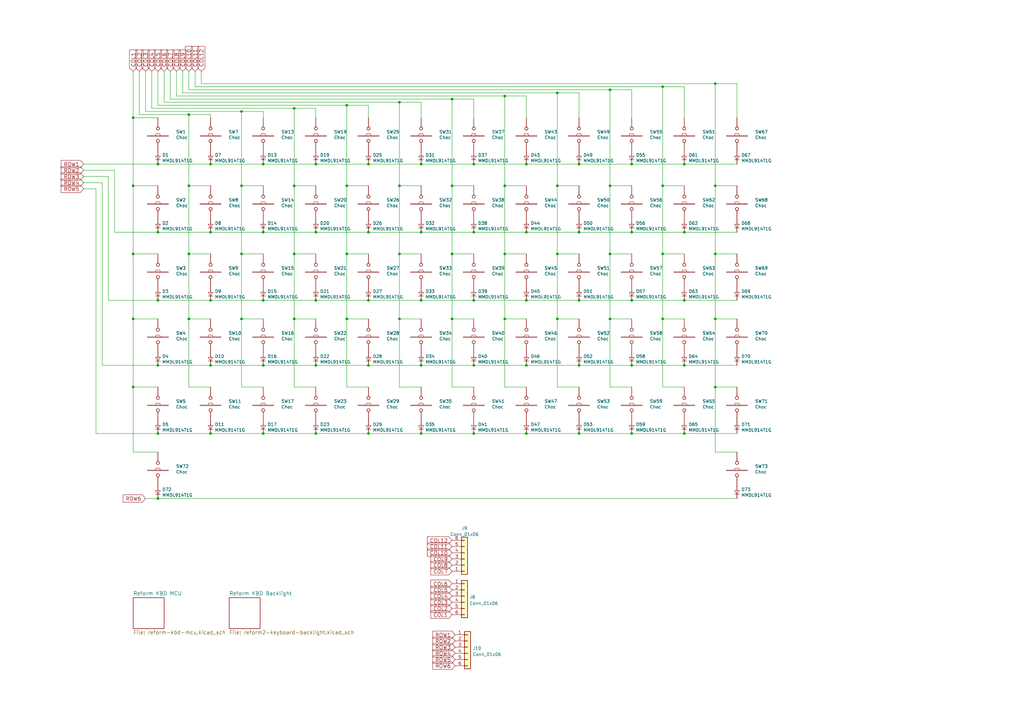
<source format=kicad_sch>
(kicad_sch (version 20211123) (generator eeschema)
  (paper "A3")
  (title_block (title "MNT Reform 2 Keyboard - ergo remix") (date "2022-2-22") (rev "1-ergo") (company "Copyright 2017-2020 MNT Research GmbH and milestogo") (comment 1 "https://mntre.com") (comment 2 "Original Engineer: Lukas F. Hartmann") (comment 3 "License: CERN-OHL-S 2.0") (comment 4 "remix at https://github.com/milestogo/reform"))
  (junction (at 250.19 76.2))
  (junction (at 293.37 158.75))
  (junction (at 129.54 123.19))
  (junction (at 107.95 67.31))
  (junction (at 172.72 67.31))
  (junction (at 64.77 95.25))
  (junction (at 54.61 48.26))
  (junction (at 163.83 76.2))
  (junction (at 271.78 104.14))
  (junction (at 293.37 104.14))
  (junction (at 107.95 123.19))
  (junction (at 237.49 95.25))
  (junction (at 259.08 95.25))
  (junction (at 163.83 41.91))
  (junction (at 250.19 104.14))
  (junction (at 280.67 123.19))
  (junction (at 271.78 130.81))
  (junction (at 54.61 104.14))
  (junction (at 163.83 130.81))
  (junction (at 280.67 67.31))
  (junction (at 86.36 95.25))
  (junction (at 151.13 177.8))
  (junction (at 54.61 130.81))
  (junction (at 228.6 104.14))
  (junction (at 194.31 95.25))
  (junction (at 120.65 130.81))
  (junction (at 172.72 149.86))
  (junction (at 194.31 67.31))
  (junction (at 54.61 158.75))
  (junction (at 142.24 76.2))
  (junction (at 228.6 76.2))
  (junction (at 142.24 104.14))
  (junction (at 120.65 44.45))
  (junction (at 250.19 130.81))
  (junction (at 77.47 46.99))
  (junction (at 64.77 177.8))
  (junction (at 99.06 130.81))
  (junction (at 228.6 130.81))
  (junction (at 228.6 38.1))
  (junction (at 237.49 123.19))
  (junction (at 86.36 177.8))
  (junction (at 259.08 67.31))
  (junction (at 215.9 123.19))
  (junction (at 293.37 130.81))
  (junction (at 207.01 104.14))
  (junction (at 259.08 149.86))
  (junction (at 207.01 76.2))
  (junction (at 107.95 177.8))
  (junction (at 77.47 130.81))
  (junction (at 215.9 149.86))
  (junction (at 172.72 177.8))
  (junction (at 107.95 149.86))
  (junction (at 64.77 204.47))
  (junction (at 250.19 36.83))
  (junction (at 151.13 149.86))
  (junction (at 185.42 130.81))
  (junction (at 86.36 123.19))
  (junction (at 120.65 104.14))
  (junction (at 99.06 104.14))
  (junction (at 185.42 104.14))
  (junction (at 99.06 76.2))
  (junction (at 271.78 35.56))
  (junction (at 207.01 130.81))
  (junction (at 120.65 76.2))
  (junction (at 107.95 95.25))
  (junction (at 280.67 149.86))
  (junction (at 142.24 130.81))
  (junction (at 151.13 67.31))
  (junction (at 172.72 123.19))
  (junction (at 64.77 123.19))
  (junction (at 129.54 67.31))
  (junction (at 129.54 177.8))
  (junction (at 259.08 123.19))
  (junction (at 64.77 67.31))
  (junction (at 215.9 67.31))
  (junction (at 237.49 177.8))
  (junction (at 151.13 95.25))
  (junction (at 293.37 34.29))
  (junction (at 280.67 95.25))
  (junction (at 207.01 39.37))
  (junction (at 86.36 67.31))
  (junction (at 142.24 43.18))
  (junction (at 185.42 76.2))
  (junction (at 185.42 40.64))
  (junction (at 77.47 104.14))
  (junction (at 77.47 76.2))
  (junction (at 86.36 149.86))
  (junction (at 280.67 177.8))
  (junction (at 151.13 123.19))
  (junction (at 215.9 95.25))
  (junction (at 237.49 67.31))
  (junction (at 194.31 149.86))
  (junction (at 259.08 177.8))
  (junction (at 99.06 45.72))
  (junction (at 163.83 104.14))
  (junction (at 54.61 76.2))
  (junction (at 237.49 149.86))
  (junction (at 129.54 95.25))
  (junction (at 194.31 177.8))
  (junction (at 129.54 149.86))
  (junction (at 271.78 76.2))
  (junction (at 215.9 177.8))
  (junction (at 194.31 123.19))
  (junction (at 172.72 95.25))
  (junction (at 64.77 149.86))
  (junction (at 293.37 76.2))
  (wire (pts (xy 207.01 39.37) (xy 215.9 39.37)))
  (wire (pts (xy 64.77 95.25) (xy 86.36 95.25)))
  (wire (pts (xy 67.31 41.91) (xy 163.83 41.91)))
  (wire (pts (xy 207.01 104.14) (xy 207.01 130.81)))
  (wire (pts (xy 142.24 43.18) (xy 151.13 43.18)))
  (wire (pts (xy 185.42 40.64) (xy 185.42 76.2)))
  (wire (pts (xy 99.06 104.14) (xy 99.06 130.81)))
  (wire (pts (xy 77.47 104.14) (xy 77.47 130.81)))
  (wire (pts (xy 194.31 76.2) (xy 185.42 76.2)))
  (wire (pts (xy 120.65 76.2) (xy 120.65 104.14)))
  (wire (pts (xy 271.78 158.75) (xy 280.67 158.75)))
  (wire (pts (xy 120.65 44.45) (xy 129.54 44.45)))
  (wire (pts (xy 129.54 95.25) (xy 151.13 95.25)))
  (wire (pts (xy 215.9 95.25) (xy 237.49 95.25)))
  (wire (pts (xy 77.47 36.83) (xy 250.19 36.83)))
  (wire (pts (xy 207.01 76.2) (xy 207.01 104.14)))
  (wire (pts (xy 142.24 104.14) (xy 142.24 130.81)))
  (wire (pts (xy 271.78 35.56) (xy 271.78 76.2)))
  (wire (pts (xy 142.24 130.81) (xy 142.24 158.75)))
  (wire (pts (xy 237.49 104.14) (xy 228.6 104.14)))
  (wire (pts (xy 207.01 39.37) (xy 207.01 76.2)))
  (wire (pts (xy 228.6 130.81) (xy 228.6 158.75)))
  (wire (pts (xy 250.19 36.83) (xy 250.19 76.2)))
  (wire (pts (xy 172.72 104.14) (xy 163.83 104.14)))
  (wire (pts (xy 250.19 130.81) (xy 259.08 130.81)))
  (wire (pts (xy 129.54 67.31) (xy 151.13 67.31)))
  (wire (pts (xy 215.9 149.86) (xy 237.49 149.86)))
  (wire (pts (xy 64.77 43.18) (xy 142.24 43.18)))
  (wire (pts (xy 64.77 123.19) (xy 86.36 123.19)))
  (wire (pts (xy 77.47 36.83) (xy 77.47 29.21)))
  (wire (pts (xy 215.9 76.2) (xy 207.01 76.2)))
  (wire (pts (xy 271.78 104.14) (xy 271.78 130.81)))
  (wire (pts (xy 293.37 34.29) (xy 293.37 76.2)))
  (wire (pts (xy 228.6 158.75) (xy 237.49 158.75)))
  (wire (pts (xy 107.95 45.72) (xy 107.95 48.26)))
  (wire (pts (xy 259.08 36.83) (xy 259.08 48.26)))
  (wire (pts (xy 69.85 40.64) (xy 185.42 40.64)))
  (wire (pts (xy 44.45 72.39) (xy 44.45 123.19)))
  (wire (pts (xy 163.83 76.2) (xy 163.83 104.14)))
  (wire (pts (xy 302.26 76.2) (xy 293.37 76.2)))
  (wire (pts (xy 72.39 29.21) (xy 72.39 39.37)))
  (wire (pts (xy 120.65 104.14) (xy 120.65 130.81)))
  (wire (pts (xy 163.83 41.91) (xy 172.72 41.91)))
  (wire (pts (xy 194.31 177.8) (xy 215.9 177.8)))
  (wire (pts (xy 293.37 158.75) (xy 302.26 158.75)))
  (wire (pts (xy 293.37 130.81) (xy 302.26 130.81)))
  (wire (pts (xy 54.61 130.81) (xy 54.61 158.75)))
  (wire (pts (xy 271.78 76.2) (xy 271.78 104.14)))
  (wire (pts (xy 41.91 74.93) (xy 34.29 74.93)))
  (wire (pts (xy 293.37 185.42) (xy 302.26 185.42)))
  (wire (pts (xy 271.78 130.81) (xy 271.78 158.75)))
  (wire (pts (xy 194.31 95.25) (xy 215.9 95.25)))
  (wire (pts (xy 194.31 123.19) (xy 215.9 123.19)))
  (wire (pts (xy 237.49 76.2) (xy 228.6 76.2)))
  (wire (pts (xy 151.13 104.14) (xy 142.24 104.14)))
  (wire (pts (xy 62.23 29.21) (xy 62.23 44.45)))
  (wire (pts (xy 34.29 69.85) (xy 46.99 69.85)))
  (wire (pts (xy 250.19 158.75) (xy 259.08 158.75)))
  (wire (pts (xy 259.08 123.19) (xy 280.67 123.19)))
  (wire (pts (xy 129.54 130.81) (xy 120.65 130.81)))
  (wire (pts (xy 86.36 46.99) (xy 86.36 48.26)))
  (wire (pts (xy 54.61 185.42) (xy 64.77 185.42)))
  (wire (pts (xy 99.06 45.72) (xy 107.95 45.72)))
  (wire (pts (xy 54.61 48.26) (xy 54.61 76.2)))
  (wire (pts (xy 237.49 123.19) (xy 259.08 123.19)))
  (wire (pts (xy 302.26 104.14) (xy 293.37 104.14)))
  (wire (pts (xy 74.93 29.21) (xy 74.93 38.1)))
  (wire (pts (xy 57.15 29.21) (xy 57.15 46.99)))
  (wire (pts (xy 237.49 177.8) (xy 259.08 177.8)))
  (wire (pts (xy 86.36 95.25) (xy 107.95 95.25)))
  (wire (pts (xy 185.42 40.64) (xy 194.31 40.64)))
  (wire (pts (xy 74.93 38.1) (xy 228.6 38.1)))
  (wire (pts (xy 54.61 76.2) (xy 54.61 104.14)))
  (wire (pts (xy 293.37 104.14) (xy 293.37 130.81)))
  (wire (pts (xy 237.49 130.81) (xy 228.6 130.81)))
  (wire (pts (xy 293.37 130.81) (xy 293.37 158.75)))
  (wire (pts (xy 142.24 76.2) (xy 142.24 104.14)))
  (wire (pts (xy 99.06 76.2) (xy 99.06 104.14)))
  (wire (pts (xy 194.31 104.14) (xy 185.42 104.14)))
  (wire (pts (xy 64.77 177.8) (xy 86.36 177.8)))
  (wire (pts (xy 107.95 158.75) (xy 99.06 158.75)))
  (wire (pts (xy 107.95 67.31) (xy 129.54 67.31)))
  (wire (pts (xy 129.54 76.2) (xy 120.65 76.2)))
  (wire (pts (xy 172.72 158.75) (xy 163.83 158.75)))
  (wire (pts (xy 80.01 35.56) (xy 271.78 35.56)))
  (wire (pts (xy 250.19 130.81) (xy 250.19 158.75)))
  (wire (pts (xy 64.77 158.75) (xy 54.61 158.75)))
  (wire (pts (xy 293.37 34.29) (xy 302.26 34.29)))
  (wire (pts (xy 46.99 95.25) (xy 64.77 95.25)))
  (wire (pts (xy 46.99 69.85) (xy 46.99 95.25)))
  (wire (pts (xy 86.36 123.19) (xy 107.95 123.19)))
  (wire (pts (xy 280.67 67.31) (xy 302.26 67.31)))
  (wire (pts (xy 80.01 29.21) (xy 80.01 35.56)))
  (wire (pts (xy 207.01 130.81) (xy 207.01 158.75)))
  (wire (pts (xy 129.54 158.75) (xy 120.65 158.75)))
  (wire (pts (xy 59.69 204.47) (xy 64.77 204.47)))
  (wire (pts (xy 86.36 104.14) (xy 77.47 104.14)))
  (wire (pts (xy 194.31 149.86) (xy 215.9 149.86)))
  (wire (pts (xy 194.31 158.75) (xy 185.42 158.75)))
  (wire (pts (xy 34.29 67.31) (xy 64.77 67.31)))
  (wire (pts (xy 77.47 76.2) (xy 77.47 104.14)))
  (wire (pts (xy 107.95 130.81) (xy 99.06 130.81)))
  (wire (pts (xy 77.47 46.99) (xy 77.47 76.2)))
  (wire (pts (xy 151.13 76.2) (xy 142.24 76.2)))
  (wire (pts (xy 64.77 76.2) (xy 54.61 76.2)))
  (wire (pts (xy 237.49 67.31) (xy 259.08 67.31)))
  (wire (pts (xy 151.13 177.8) (xy 172.72 177.8)))
  (wire (pts (xy 215.9 123.19) (xy 237.49 123.19)))
  (wire (pts (xy 172.72 123.19) (xy 194.31 123.19)))
  (wire (pts (xy 44.45 123.19) (xy 64.77 123.19)))
  (wire (pts (xy 67.31 29.21) (xy 67.31 41.91)))
  (wire (pts (xy 64.77 204.47) (xy 302.26 204.47)))
  (wire (pts (xy 120.65 130.81) (xy 120.65 158.75)))
  (wire (pts (xy 129.54 177.8) (xy 151.13 177.8)))
  (wire (pts (xy 151.13 95.25) (xy 172.72 95.25)))
  (wire (pts (xy 172.72 41.91) (xy 172.72 48.26)))
  (wire (pts (xy 107.95 123.19) (xy 129.54 123.19)))
  (wire (pts (xy 64.77 29.21) (xy 64.77 43.18)))
  (wire (pts (xy 163.83 41.91) (xy 163.83 76.2)))
  (wire (pts (xy 59.69 45.72) (xy 99.06 45.72)))
  (wire (pts (xy 107.95 104.14) (xy 99.06 104.14)))
  (wire (pts (xy 280.67 35.56) (xy 280.67 48.26)))
  (wire (pts (xy 107.95 95.25) (xy 129.54 95.25)))
  (wire (pts (xy 54.61 29.21) (xy 54.61 48.26)))
  (wire (pts (xy 172.72 130.81) (xy 163.83 130.81)))
  (wire (pts (xy 54.61 130.81) (xy 64.77 130.81)))
  (wire (pts (xy 194.31 130.81) (xy 185.42 130.81)))
  (wire (pts (xy 237.49 38.1) (xy 237.49 48.26)))
  (wire (pts (xy 259.08 149.86) (xy 280.67 149.86)))
  (wire (pts (xy 194.31 40.64) (xy 194.31 48.26)))
  (wire (pts (xy 237.49 95.25) (xy 259.08 95.25)))
  (wire (pts (xy 250.19 36.83) (xy 259.08 36.83)))
  (wire (pts (xy 185.42 104.14) (xy 185.42 130.81)))
  (wire (pts (xy 163.83 104.14) (xy 163.83 130.81)))
  (wire (pts (xy 129.54 104.14) (xy 120.65 104.14)))
  (wire (pts (xy 194.31 67.31) (xy 215.9 67.31)))
  (wire (pts (xy 228.6 76.2) (xy 228.6 104.14)))
  (wire (pts (xy 215.9 158.75) (xy 207.01 158.75)))
  (wire (pts (xy 280.67 123.19) (xy 302.26 123.19)))
  (wire (pts (xy 185.42 76.2) (xy 185.42 104.14)))
  (wire (pts (xy 280.67 177.8) (xy 302.26 177.8)))
  (wire (pts (xy 250.19 104.14) (xy 259.08 104.14)))
  (wire (pts (xy 163.83 130.81) (xy 163.83 158.75)))
  (wire (pts (xy 86.36 76.2) (xy 77.47 76.2)))
  (wire (pts (xy 293.37 158.75) (xy 293.37 185.42)))
  (wire (pts (xy 107.95 76.2) (xy 99.06 76.2)))
  (wire (pts (xy 69.85 29.21) (xy 69.85 40.64)))
  (wire (pts (xy 99.06 45.72) (xy 99.06 76.2)))
  (wire (pts (xy 107.95 177.8) (xy 129.54 177.8)))
  (wire (pts (xy 82.55 34.29) (xy 293.37 34.29)))
  (wire (pts (xy 151.13 158.75) (xy 142.24 158.75)))
  (wire (pts (xy 215.9 67.31) (xy 237.49 67.31)))
  (wire (pts (xy 293.37 76.2) (xy 293.37 104.14)))
  (wire (pts (xy 172.72 177.8) (xy 194.31 177.8)))
  (wire (pts (xy 172.72 95.25) (xy 194.31 95.25)))
  (wire (pts (xy 151.13 123.19) (xy 172.72 123.19)))
  (wire (pts (xy 271.78 35.56) (xy 280.67 35.56)))
  (wire (pts (xy 172.72 149.86) (xy 194.31 149.86)))
  (wire (pts (xy 59.69 29.21) (xy 59.69 45.72)))
  (wire (pts (xy 62.23 44.45) (xy 120.65 44.45)))
  (wire (pts (xy 280.67 76.2) (xy 271.78 76.2)))
  (wire (pts (xy 302.26 34.29) (xy 302.26 48.26)))
  (wire (pts (xy 34.29 77.47) (xy 39.37 77.47)))
  (wire (pts (xy 259.08 95.25) (xy 280.67 95.25)))
  (wire (pts (xy 41.91 149.86) (xy 41.91 74.93)))
  (wire (pts (xy 77.47 46.99) (xy 86.36 46.99)))
  (wire (pts (xy 129.54 44.45) (xy 129.54 48.26)))
  (wire (pts (xy 280.67 130.81) (xy 271.78 130.81)))
  (wire (pts (xy 259.08 67.31) (xy 280.67 67.31)))
  (wire (pts (xy 228.6 38.1) (xy 228.6 76.2)))
  (wire (pts (xy 151.13 43.18) (xy 151.13 48.26)))
  (wire (pts (xy 280.67 104.14) (xy 271.78 104.14)))
  (wire (pts (xy 54.61 104.14) (xy 54.61 130.81)))
  (wire (pts (xy 39.37 177.8) (xy 64.77 177.8)))
  (wire (pts (xy 34.29 72.39) (xy 44.45 72.39)))
  (wire (pts (xy 57.15 46.99) (xy 77.47 46.99)))
  (wire (pts (xy 228.6 104.14) (xy 228.6 130.81)))
  (wire (pts (xy 142.24 43.18) (xy 142.24 76.2)))
  (wire (pts (xy 151.13 67.31) (xy 172.72 67.31)))
  (wire (pts (xy 228.6 38.1) (xy 237.49 38.1)))
  (wire (pts (xy 107.95 149.86) (xy 129.54 149.86)))
  (wire (pts (xy 250.19 76.2) (xy 250.19 104.14)))
  (wire (pts (xy 39.37 77.47) (xy 39.37 177.8)))
  (wire (pts (xy 215.9 39.37) (xy 215.9 48.26)))
  (wire (pts (xy 215.9 130.81) (xy 207.01 130.81)))
  (wire (pts (xy 259.08 76.2) (xy 250.19 76.2)))
  (wire (pts (xy 151.13 149.86) (xy 172.72 149.86)))
  (wire (pts (xy 259.08 177.8) (xy 280.67 177.8)))
  (wire (pts (xy 86.36 130.81) (xy 77.47 130.81)))
  (wire (pts (xy 185.42 130.81) (xy 185.42 158.75)))
  (wire (pts (xy 64.77 149.86) (xy 86.36 149.86)))
  (wire (pts (xy 280.67 95.25) (xy 302.26 95.25)))
  (wire (pts (xy 72.39 39.37) (xy 207.01 39.37)))
  (wire (pts (xy 172.72 67.31) (xy 194.31 67.31)))
  (wire (pts (xy 215.9 104.14) (xy 207.01 104.14)))
  (wire (pts (xy 86.36 67.31) (xy 107.95 67.31)))
  (wire (pts (xy 151.13 130.81) (xy 142.24 130.81)))
  (wire (pts (xy 77.47 130.81) (xy 77.47 158.75)))
  (wire (pts (xy 237.49 149.86) (xy 259.08 149.86)))
  (wire (pts (xy 86.36 149.86) (xy 107.95 149.86)))
  (wire (pts (xy 64.77 104.14) (xy 54.61 104.14)))
  (wire (pts (xy 120.65 44.45) (xy 120.65 76.2)))
  (wire (pts (xy 64.77 48.26) (xy 54.61 48.26)))
  (wire (pts (xy 280.67 149.86) (xy 302.26 149.86)))
  (wire (pts (xy 129.54 149.86) (xy 151.13 149.86)))
  (wire (pts (xy 215.9 177.8) (xy 237.49 177.8)))
  (wire (pts (xy 250.19 104.14) (xy 250.19 130.81)))
  (wire (pts (xy 86.36 177.8) (xy 107.95 177.8)))
  (wire (pts (xy 172.72 76.2) (xy 163.83 76.2)))
  (wire (pts (xy 64.77 67.31) (xy 86.36 67.31)))
  (wire (pts (xy 99.06 130.81) (xy 99.06 158.75)))
  (wire (pts (xy 54.61 158.75) (xy 54.61 185.42)))
  (wire (pts (xy 82.55 34.29) (xy 82.55 29.21)))
  (wire (pts (xy 41.91 149.86) (xy 64.77 149.86)))
  (wire (pts (xy 86.36 158.75) (xy 77.47 158.75)))
  (wire (pts (xy 129.54 123.19) (xy 151.13 123.19)))
  (global_label "ROW1" (shape input) (at 186.69 260.35 180) (effects (font (size 1.524 1.524))) (property "Intersheet References" "${INTERSHEET_REFS}" (effects hide)))
  (global_label "COL10" (shape input) (at 77.47 29.21 90) (effects (font (size 1.524 1.524))) (property "Intersheet References" "${INTERSHEET_REFS}" (effects hide)))
  (global_label "COL6" (shape input) (at 67.31 29.21 90) (effects (font (size 1.524 1.524))) (property "Intersheet References" "${INTERSHEET_REFS}" (effects hide)))
  (global_label "COL3" (shape input) (at 185.42 247.015 180) (effects (font (size 1.524 1.524))) (property "Intersheet References" "${INTERSHEET_REFS}" (effects hide)))
  (global_label "ROW1" (shape input) (at 34.29 67.31 180) (effects (font (size 1.524 1.524))) (property "Intersheet References" "${INTERSHEET_REFS}" (effects hide)))
  (global_label "ROW4" (shape input) (at 186.69 267.97 180) (effects (font (size 1.524 1.524))) (property "Intersheet References" "${INTERSHEET_REFS}" (effects hide)))
  (global_label "COL5" (shape input) (at 185.42 241.935 180) (effects (font (size 1.524 1.524))) (property "Intersheet References" "${INTERSHEET_REFS}" (effects hide)))
  (global_label "COL8" (shape input) (at 185.42 231.775 180) (effects (font (size 1.524 1.524))) (property "Intersheet References" "${INTERSHEET_REFS}" (effects hide)))
  (global_label "ROW2" (shape input) (at 34.29 69.85 180) (effects (font (size 1.524 1.524))) (property "Intersheet References" "${INTERSHEET_REFS}" (effects hide)))
  (global_label "ROW6" (shape input) (at 59.69 204.47 180) (effects (font (size 1.524 1.524))) (property "Intersheet References" "${INTERSHEET_REFS}" (effects hide)))
  (global_label "ROW4" (shape input) (at 34.29 74.93 180) (effects (font (size 1.524 1.524))) (property "Intersheet References" "${INTERSHEET_REFS}" (effects hide)))
  (global_label "ROW5" (shape input) (at 186.69 270.51 180) (effects (font (size 1.524 1.524))) (property "Intersheet References" "${INTERSHEET_REFS}" (effects hide)))
  (global_label "COL12" (shape input) (at 82.55 29.21 90) (effects (font (size 1.524 1.524))) (property "Intersheet References" "${INTERSHEET_REFS}" (effects hide)))
  (global_label "COL4" (shape input) (at 185.42 244.475 180) (effects (font (size 1.524 1.524))) (property "Intersheet References" "${INTERSHEET_REFS}" (effects hide)))
  (global_label "ROW3" (shape input) (at 186.69 265.43 180) (effects (font (size 1.524 1.524))) (property "Intersheet References" "${INTERSHEET_REFS}" (effects hide)))
  (global_label "COL1" (shape input) (at 185.42 252.095 180) (effects (font (size 1.524 1.524))) (property "Intersheet References" "${INTERSHEET_REFS}" (effects hide)))
  (global_label "COL5" (shape input) (at 64.77 29.21 90) (effects (font (size 1.524 1.524))) (property "Intersheet References" "${INTERSHEET_REFS}" (effects hide)))
  (global_label "COL2" (shape input) (at 185.42 249.555 180) (effects (font (size 1.524 1.524))) (property "Intersheet References" "${INTERSHEET_REFS}" (effects hide)))
  (global_label "COL9" (shape input) (at 185.42 229.235 180) (effects (font (size 1.524 1.524))) (property "Intersheet References" "${INTERSHEET_REFS}" (effects hide)))
  (global_label "COL12" (shape input) (at 185.42 221.615 180) (effects (font (size 1.524 1.524))) (property "Intersheet References" "${INTERSHEET_REFS}" (effects hide)))
  (global_label "COL7" (shape input) (at 185.42 234.315 180) (effects (font (size 1.524 1.524))) (property "Intersheet References" "${INTERSHEET_REFS}" (effects hide)))
  (global_label "COL10" (shape input) (at 185.42 226.695 180) (effects (font (size 1.524 1.524))) (property "Intersheet References" "${INTERSHEET_REFS}" (effects hide)))
  (global_label "COL6" (shape input) (at 185.42 239.395 180) (effects (font (size 1.524 1.524))) (property "Intersheet References" "${INTERSHEET_REFS}" (effects hide)))
  (global_label "COL1" (shape input) (at 54.61 29.21 90) (effects (font (size 1.524 1.524))) (property "Intersheet References" "${INTERSHEET_REFS}" (effects hide)))
  (global_label "COL11" (shape input) (at 185.42 224.155 180) (effects (font (size 1.524 1.524))) (property "Intersheet References" "${INTERSHEET_REFS}" (effects hide)))
  (global_label "ROW5" (shape input) (at 34.29 77.47 180) (effects (font (size 1.524 1.524))) (property "Intersheet References" "${INTERSHEET_REFS}" (effects hide)))
  (global_label "COL7" (shape input) (at 69.85 29.21 90) (effects (font (size 1.524 1.524))) (property "Intersheet References" "${INTERSHEET_REFS}" (effects hide)))
  (global_label "COL8" (shape input) (at 72.39 29.21 90) (effects (font (size 1.524 1.524))) (property "Intersheet References" "${INTERSHEET_REFS}" (effects hide)))
  (global_label "ROW3" (shape input) (at 34.29 72.39 180) (effects (font (size 1.524 1.524))) (property "Intersheet References" "${INTERSHEET_REFS}" (effects hide)))
  (global_label "ROW6" (shape input) (at 186.69 273.05 180) (effects (font (size 1.524 1.524))) (property "Intersheet References" "${INTERSHEET_REFS}" (effects hide)))
  (global_label "COL2" (shape input) (at 57.15 29.21 90) (effects (font (size 1.524 1.524))) (property "Intersheet References" "${INTERSHEET_REFS}" (effects hide)))
  (global_label "COL3" (shape input) (at 59.69 29.21 90) (effects (font (size 1.524 1.524))) (property "Intersheet References" "${INTERSHEET_REFS}" (effects hide)))
  (global_label "COL4" (shape input) (at 62.23 29.21 90) (effects (font (size 1.524 1.524))) (property "Intersheet References" "${INTERSHEET_REFS}" (effects hide)))
  (global_label "COL11" (shape input) (at 80.01 29.21 90) (effects (font (size 1.524 1.524))) (property "Intersheet References" "${INTERSHEET_REFS}" (effects hide)))
  (global_label "COL9" (shape input) (at 74.93 29.21 90) (effects (font (size 1.524 1.524))) (property "Intersheet References" "${INTERSHEET_REFS}" (effects hide)))
  (global_label "ROW2" (shape input) (at 186.69 262.89 180) (effects (font (size 1.524 1.524))) (property "Intersheet References" "${INTERSHEET_REFS}" (effects hide)))
  (symbol (lib_id "mntcomp-keyboard:Choc") (at 64.77 57.15 0) (unit 1)
    (property "Reference" "SW1" (at 72.1614 54.0766 0) (effects (justify left)))
    (property "Value" "Choc" (at 72.1614 56.388 0) (effects (justify left)))
    (property "Footprint" "keyswitches:PG1350" (effects hide))
    (property "Manufacturer" "Kailh" (effects hide))
    (property "Manufacturer_No" "CPG135001D02" (effects hide))
  )
  (symbol (lib_id "mntcomp-keyboard:Choc") (at 86.36 57.15 0) (unit 1)
    (property "Reference" "SW7" (at 93.7514 54.0766 0) (effects (justify left)))
    (property "Value" "Choc" (at 93.7514 56.388 0) (effects (justify left)))
    (property "Footprint" "keyswitches:PG1350" (effects hide))
    (property "Manufacturer" "Kailh" (effects hide))
    (property "Manufacturer_No" "CPG135001D02" (effects hide))
  )
  (symbol (lib_id "reform2-keyboard-rescue:D_Small-Device") (at 64.77 64.77 90) (unit 1)
    (property "Reference" "D1" (at 66.4972 63.6016 90) (effects (justify right)))
    (property "Value" "MMDL914T1G" (at 66.4972 65.913 90) (effects (justify right)))
    (property "Footprint" "Diode_SMD:D_SOD-123" (effects hide))
    (property "Manufacturer" "ON" (effects hide))
    (property "Manufacturer_No" "MMDL914T1G" (effects hide))
  )
  (symbol (lib_id "reform2-keyboard-rescue:D_Small-Device") (at 86.36 64.77 90) (unit 1)
    (property "Reference" "D7" (at 88.0872 63.6016 90) (effects (justify right)))
    (property "Value" "MMDL914T1G" (at 88.0872 65.913 90) (effects (justify right)))
    (property "Footprint" "Diode_SMD:D_SOD-123" (effects hide))
    (property "Manufacturer" "ON" (effects hide))
    (property "Manufacturer_No" "MMDL914T1G" (effects hide))
  )
  (symbol (lib_id "mntcomp-keyboard:Choc") (at 107.95 57.15 0) (unit 1)
    (property "Reference" "SW13" (at 115.3414 54.0766 0) (effects (justify left)))
    (property "Value" "Choc" (at 115.3414 56.388 0) (effects (justify left)))
    (property "Footprint" "keyswitches:PG1350" (effects hide))
    (property "Manufacturer" "Kailh" (effects hide))
    (property "Manufacturer_No" "CPG135001D02" (effects hide))
  )
  (symbol (lib_id "mntcomp-keyboard:Choc") (at 129.54 57.15 0) (unit 1)
    (property "Reference" "SW19" (at 136.9314 54.0766 0) (effects (justify left)))
    (property "Value" "Choc" (at 136.9314 56.388 0) (effects (justify left)))
    (property "Footprint" "keyswitches:PG1350_optional-socket" (effects hide))
    (property "Manufacturer" "Kailh" (effects hide))
    (property "Manufacturer_No" "CPG135001D02" (effects hide))
  )
  (symbol (lib_id "reform2-keyboard-rescue:D_Small-Device") (at 107.95 64.77 90) (unit 1)
    (property "Reference" "D13" (at 109.6772 63.6016 90) (effects (justify right)))
    (property "Value" "MMDL914T1G" (at 109.6772 65.913 90) (effects (justify right)))
    (property "Footprint" "Diode_SMD:D_SOD-123" (effects hide))
    (property "Manufacturer" "ON" (effects hide))
    (property "Manufacturer_No" "MMDL914T1G" (effects hide))
  )
  (symbol (lib_id "reform2-keyboard-rescue:D_Small-Device") (at 129.54 64.77 90) (unit 1)
    (property "Reference" "D19" (at 131.2672 63.6016 90) (effects (justify right)))
    (property "Value" "MMDL914T1G" (at 131.2672 65.913 90) (effects (justify right)))
    (property "Footprint" "Diode_SMD:D_SOD-123" (effects hide))
    (property "Manufacturer" "ON" (effects hide))
    (property "Manufacturer_No" "MMDL914T1G" (effects hide))
  )
  (symbol (lib_id "mntcomp-keyboard:Choc") (at 151.13 57.15 0) (unit 1)
    (property "Reference" "SW25" (at 158.5214 54.0766 0) (effects (justify left)))
    (property "Value" "Choc" (at 158.5214 56.388 0) (effects (justify left)))
    (property "Footprint" "keyswitches:PG1350_optional-socket" (effects hide))
    (property "Manufacturer" "Kailh" (effects hide))
    (property "Manufacturer_No" "CPG135001D02" (effects hide))
  )
  (symbol (lib_id "mntcomp-keyboard:Choc") (at 172.72 57.15 0) (unit 1)
    (property "Reference" "SW31" (at 180.1114 54.0766 0) (effects (justify left)))
    (property "Value" "Choc" (at 180.1114 56.388 0) (effects (justify left)))
    (property "Footprint" "keyswitches:PG1350_optional-socket" (effects hide))
    (property "Manufacturer" "Kailh" (effects hide))
    (property "Manufacturer_No" "CPG135001D02" (effects hide))
  )
  (symbol (lib_id "reform2-keyboard-rescue:D_Small-Device") (at 151.13 64.77 90) (unit 1)
    (property "Reference" "D25" (at 152.8572 63.6016 90) (effects (justify right)))
    (property "Value" "MMDL914T1G" (at 152.8572 65.913 90) (effects (justify right)))
    (property "Footprint" "Diode_SMD:D_SOD-123" (effects hide))
    (property "Manufacturer" "ON" (effects hide))
    (property "Manufacturer_No" "MMDL914T1G" (effects hide))
  )
  (symbol (lib_id "reform2-keyboard-rescue:D_Small-Device") (at 172.72 64.77 90) (unit 1)
    (property "Reference" "D31" (at 174.4472 63.6016 90) (effects (justify right)))
    (property "Value" "MMDL914T1G" (at 174.4472 65.913 90) (effects (justify right)))
    (property "Footprint" "Diode_SMD:D_SOD-123" (effects hide))
    (property "Manufacturer" "ON" (effects hide))
    (property "Manufacturer_No" "MMDL914T1G" (effects hide))
  )
  (symbol (lib_id "mntcomp-keyboard:Choc") (at 194.31 57.15 0) (unit 1)
    (property "Reference" "SW37" (at 201.7014 54.0766 0) (effects (justify left)))
    (property "Value" "Choc" (at 201.7014 56.388 0) (effects (justify left)))
    (property "Footprint" "keyswitches:PG1350_optional-socket" (effects hide))
    (property "Manufacturer" "Kailh" (effects hide))
    (property "Manufacturer_No" "CPG135001D02" (effects hide))
  )
  (symbol (lib_id "mntcomp-keyboard:Choc") (at 215.9 57.15 0) (unit 1)
    (property "Reference" "SW43" (at 223.2914 54.0766 0) (effects (justify left)))
    (property "Value" "Choc" (at 223.2914 56.388 0) (effects (justify left)))
    (property "Footprint" "keyswitches:PG1350_optional-socket" (effects hide))
    (property "Manufacturer" "Kailh" (effects hide))
    (property "Manufacturer_No" "CPG135001D02" (effects hide))
  )
  (symbol (lib_id "reform2-keyboard-rescue:D_Small-Device") (at 194.31 64.77 90) (unit 1)
    (property "Reference" "D37" (at 196.0372 63.6016 90) (effects (justify right)))
    (property "Value" "MMDL914T1G" (at 196.0372 65.913 90) (effects (justify right)))
    (property "Footprint" "Diode_SMD:D_SOD-123" (effects hide))
    (property "Manufacturer" "ON" (effects hide))
    (property "Manufacturer_No" "MMDL914T1G" (effects hide))
  )
  (symbol (lib_id "reform2-keyboard-rescue:D_Small-Device") (at 215.9 64.77 90) (unit 1)
    (property "Reference" "D43" (at 217.6272 63.6016 90) (effects (justify right)))
    (property "Value" "MMDL914T1G" (at 217.6272 65.913 90) (effects (justify right)))
    (property "Footprint" "Diode_SMD:D_SOD-123" (effects hide))
    (property "Manufacturer" "ON" (effects hide))
    (property "Manufacturer_No" "MMDL914T1G" (effects hide))
  )
  (symbol (lib_id "mntcomp-keyboard:Choc") (at 237.49 57.15 0) (unit 1)
    (property "Reference" "SW49" (at 244.8814 54.0766 0) (effects (justify left)))
    (property "Value" "Choc" (at 244.8814 56.388 0) (effects (justify left)))
    (property "Footprint" "keyswitches:PG1350_optional-socket" (effects hide))
    (property "Manufacturer" "Kailh" (effects hide))
    (property "Manufacturer_No" "CPG135001D02" (effects hide))
  )
  (symbol (lib_id "mntcomp-keyboard:Choc") (at 259.08 57.15 0) (unit 1)
    (property "Reference" "SW55" (at 266.4714 54.0766 0) (effects (justify left)))
    (property "Value" "Choc" (at 266.4714 56.388 0) (effects (justify left)))
    (property "Footprint" "keyswitches:PG1350" (effects hide))
    (property "Manufacturer" "Kailh" (effects hide))
    (property "Manufacturer_No" "CPG135001D02" (effects hide))
  )
  (symbol (lib_id "reform2-keyboard-rescue:D_Small-Device") (at 237.49 64.77 90) (unit 1)
    (property "Reference" "D49" (at 239.2172 63.6016 90) (effects (justify right)))
    (property "Value" "MMDL914T1G" (at 239.2172 65.913 90) (effects (justify right)))
    (property "Footprint" "Diode_SMD:D_SOD-123" (effects hide))
    (property "Manufacturer" "ON" (effects hide))
    (property "Manufacturer_No" "MMDL914T1G" (effects hide))
  )
  (symbol (lib_id "reform2-keyboard-rescue:D_Small-Device") (at 259.08 64.77 90) (unit 1)
    (property "Reference" "D55" (at 260.8072 63.6016 90) (effects (justify right)))
    (property "Value" "MMDL914T1G" (at 260.8072 65.913 90) (effects (justify right)))
    (property "Footprint" "Diode_SMD:D_SOD-123" (effects hide))
    (property "Manufacturer" "ON" (effects hide))
    (property "Manufacturer_No" "MMDL914T1G" (effects hide))
  )
  (symbol (lib_id "mntcomp-keyboard:Choc") (at 280.67 57.15 0) (unit 1)
    (property "Reference" "SW61" (at 288.0614 54.0766 0) (effects (justify left)))
    (property "Value" "Choc" (at 288.0614 56.388 0) (effects (justify left)))
    (property "Footprint" "keyswitches:PG1350" (effects hide))
    (property "Manufacturer" "Kailh" (effects hide))
    (property "Manufacturer_No" "CPG135001D02" (effects hide))
  )
  (symbol (lib_id "mntcomp-keyboard:Choc") (at 302.26 57.15 0) (unit 1)
    (property "Reference" "SW67" (at 309.6514 54.0766 0) (effects (justify left)))
    (property "Value" "Choc" (at 309.6514 56.388 0) (effects (justify left)))
    (property "Footprint" "keyswitches:PG1350" (effects hide))
    (property "Manufacturer" "Kailh" (effects hide))
    (property "Manufacturer_No" "CPG135001D02" (effects hide))
  )
  (symbol (lib_id "reform2-keyboard-rescue:D_Small-Device") (at 280.67 64.77 90) (unit 1)
    (property "Reference" "D61" (at 282.3972 63.6016 90) (effects (justify right)))
    (property "Value" "MMDL914T1G" (at 282.3972 65.913 90) (effects (justify right)))
    (property "Footprint" "Diode_SMD:D_SOD-123" (effects hide))
    (property "Manufacturer" "ON" (effects hide))
    (property "Manufacturer_No" "MMDL914T1G" (effects hide))
  )
  (symbol (lib_id "reform2-keyboard-rescue:D_Small-Device") (at 302.26 64.77 90) (unit 1)
    (property "Reference" "D67" (at 303.9872 63.6016 90) (effects (justify right)))
    (property "Value" "MMDL914T1G" (at 303.9872 65.913 90) (effects (justify right)))
    (property "Footprint" "Diode_SMD:D_SOD-123" (effects hide))
    (property "Manufacturer" "ON" (effects hide))
    (property "Manufacturer_No" "MMDL914T1G" (effects hide))
  )
  (symbol (lib_id "mntcomp-keyboard:Choc") (at 86.36 85.09 0) (unit 1)
    (property "Reference" "SW8" (at 93.7514 82.0166 0) (effects (justify left)))
    (property "Value" "Choc" (at 93.7514 84.328 0) (effects (justify left)))
    (property "Footprint" "keyswitches:PG1350_optional-socket" (effects hide))
    (property "Manufacturer" "Kailh" (effects hide))
    (property "Manufacturer_No" "CPG135001D02" (effects hide))
  )
  (symbol (lib_id "mntcomp-keyboard:Choc") (at 107.95 85.09 0) (unit 1)
    (property "Reference" "SW14" (at 115.3414 82.0166 0) (effects (justify left)))
    (property "Value" "Choc" (at 115.3414 84.328 0) (effects (justify left)))
    (property "Footprint" "keyswitches:PG1350_optional-socket" (effects hide))
    (property "Manufacturer" "Kailh" (effects hide))
    (property "Manufacturer_No" "CPG135001D02" (effects hide))
  )
  (symbol (lib_id "reform2-keyboard-rescue:D_Small-Device") (at 86.36 92.71 90) (unit 1)
    (property "Reference" "D8" (at 88.0872 91.5416 90) (effects (justify right)))
    (property "Value" "MMDL914T1G" (at 88.0872 93.853 90) (effects (justify right)))
    (property "Footprint" "Diode_SMD:D_SOD-123" (effects hide))
    (property "Manufacturer" "ON" (effects hide))
    (property "Manufacturer_No" "MMDL914T1G" (effects hide))
  )
  (symbol (lib_id "reform2-keyboard-rescue:D_Small-Device") (at 107.95 92.71 90) (unit 1)
    (property "Reference" "D14" (at 109.6772 91.5416 90) (effects (justify right)))
    (property "Value" "MMDL914T1G" (at 109.6772 93.853 90) (effects (justify right)))
    (property "Footprint" "Diode_SMD:D_SOD-123" (effects hide))
    (property "Manufacturer" "ON" (effects hide))
    (property "Manufacturer_No" "MMDL914T1G" (effects hide))
  )
  (symbol (lib_id "mntcomp-keyboard:Choc") (at 129.54 85.09 0) (unit 1)
    (property "Reference" "SW20" (at 136.9314 82.0166 0) (effects (justify left)))
    (property "Value" "Choc" (at 136.9314 84.328 0) (effects (justify left)))
    (property "Footprint" "keyswitches:PG1350_optional-socket" (effects hide))
    (property "Manufacturer" "Kailh" (effects hide))
    (property "Manufacturer_No" "CPG135001D02" (effects hide))
  )
  (symbol (lib_id "mntcomp-keyboard:Choc") (at 151.13 85.09 0) (unit 1)
    (property "Reference" "SW26" (at 158.5214 82.0166 0) (effects (justify left)))
    (property "Value" "Choc" (at 158.5214 84.328 0) (effects (justify left)))
    (property "Footprint" "keyswitches:PG1350_optional-socket" (effects hide))
    (property "Manufacturer" "Kailh" (effects hide))
    (property "Manufacturer_No" "CPG135001D02" (effects hide))
  )
  (symbol (lib_id "reform2-keyboard-rescue:D_Small-Device") (at 129.54 92.71 90) (unit 1)
    (property "Reference" "D20" (at 131.2672 91.5416 90) (effects (justify right)))
    (property "Value" "MMDL914T1G" (at 131.2672 93.853 90) (effects (justify right)))
    (property "Footprint" "Diode_SMD:D_SOD-123" (effects hide))
    (property "Manufacturer" "ON" (effects hide))
    (property "Manufacturer_No" "MMDL914T1G" (effects hide))
  )
  (symbol (lib_id "reform2-keyboard-rescue:D_Small-Device") (at 151.13 92.71 90) (unit 1)
    (property "Reference" "D26" (at 152.8572 91.5416 90) (effects (justify right)))
    (property "Value" "MMDL914T1G" (at 152.8572 93.853 90) (effects (justify right)))
    (property "Footprint" "Diode_SMD:D_SOD-123" (effects hide))
    (property "Manufacturer" "ON" (effects hide))
    (property "Manufacturer_No" "MMDL914T1G" (effects hide))
  )
  (symbol (lib_id "mntcomp-keyboard:Choc") (at 172.72 85.09 0) (unit 1)
    (property "Reference" "SW32" (at 180.1114 82.0166 0) (effects (justify left)))
    (property "Value" "Choc" (at 180.1114 84.328 0) (effects (justify left)))
    (property "Footprint" "keyswitches:PG1350_optional-socket" (effects hide))
    (property "Manufacturer" "Kailh" (effects hide))
    (property "Manufacturer_No" "CPG135001D02" (effects hide))
  )
  (symbol (lib_id "mntcomp-keyboard:Choc") (at 194.31 85.09 0) (unit 1)
    (property "Reference" "SW38" (at 201.7014 82.0166 0) (effects (justify left)))
    (property "Value" "Choc" (at 201.7014 84.328 0) (effects (justify left)))
    (property "Footprint" "keyswitches:PG1350_optional-socket" (effects hide))
    (property "Manufacturer" "Kailh" (effects hide))
    (property "Manufacturer_No" "CPG135001D02" (effects hide))
  )
  (symbol (lib_id "reform2-keyboard-rescue:D_Small-Device") (at 172.72 92.71 90) (unit 1)
    (property "Reference" "D32" (at 174.4472 91.5416 90) (effects (justify right)))
    (property "Value" "MMDL914T1G" (at 174.4472 93.853 90) (effects (justify right)))
    (property "Footprint" "Diode_SMD:D_SOD-123" (effects hide))
    (property "Manufacturer" "ON" (effects hide))
    (property "Manufacturer_No" "MMDL914T1G" (effects hide))
  )
  (symbol (lib_id "reform2-keyboard-rescue:D_Small-Device") (at 194.31 92.71 90) (unit 1)
    (property "Reference" "D38" (at 196.0372 91.5416 90) (effects (justify right)))
    (property "Value" "MMDL914T1G" (at 196.0372 93.853 90) (effects (justify right)))
    (property "Footprint" "Diode_SMD:D_SOD-123" (effects hide))
    (property "Manufacturer" "ON" (effects hide))
    (property "Manufacturer_No" "MMDL914T1G" (effects hide))
  )
  (symbol (lib_id "mntcomp-keyboard:Choc") (at 215.9 85.09 0) (unit 1)
    (property "Reference" "SW44" (at 223.2914 82.0166 0) (effects (justify left)))
    (property "Value" "Choc" (at 223.2914 84.328 0) (effects (justify left)))
    (property "Footprint" "keyswitches:PG1350_optional-socket" (effects hide))
    (property "Manufacturer" "Kailh" (effects hide))
    (property "Manufacturer_No" "CPG135001D02" (effects hide))
  )
  (symbol (lib_id "mntcomp-keyboard:Choc") (at 237.49 85.09 0) (unit 1)
    (property "Reference" "SW50" (at 244.8814 82.0166 0) (effects (justify left)))
    (property "Value" "Choc" (at 244.8814 84.328 0) (effects (justify left)))
    (property "Footprint" "keyswitches:PG1350_optional-socket" (effects hide))
    (property "Manufacturer" "Kailh" (effects hide))
    (property "Manufacturer_No" "CPG135001D02" (effects hide))
  )
  (symbol (lib_id "reform2-keyboard-rescue:D_Small-Device") (at 215.9 92.71 90) (unit 1)
    (property "Reference" "D44" (at 217.6272 91.5416 90) (effects (justify right)))
    (property "Value" "MMDL914T1G" (at 217.6272 93.853 90) (effects (justify right)))
    (property "Footprint" "Diode_SMD:D_SOD-123" (effects hide))
    (property "Manufacturer" "ON" (effects hide))
    (property "Manufacturer_No" "MMDL914T1G" (effects hide))
  )
  (symbol (lib_id "reform2-keyboard-rescue:D_Small-Device") (at 237.49 92.71 90) (unit 1)
    (property "Reference" "D50" (at 239.2172 91.5416 90) (effects (justify right)))
    (property "Value" "MMDL914T1G" (at 239.2172 93.853 90) (effects (justify right)))
    (property "Footprint" "Diode_SMD:D_SOD-123" (effects hide))
    (property "Manufacturer" "ON" (effects hide))
    (property "Manufacturer_No" "MMDL914T1G" (effects hide))
  )
  (symbol (lib_id "mntcomp-keyboard:Choc") (at 259.08 85.09 0) (unit 1)
    (property "Reference" "SW56" (at 266.4714 82.0166 0) (effects (justify left)))
    (property "Value" "Choc" (at 266.4714 84.328 0) (effects (justify left)))
    (property "Footprint" "keyswitches:PG1350_optional-socket" (effects hide))
    (property "Manufacturer" "Kailh" (effects hide))
    (property "Manufacturer_No" "CPG135001D02" (effects hide))
  )
  (symbol (lib_id "mntcomp-keyboard:Choc") (at 280.67 85.09 0) (unit 1)
    (property "Reference" "SW62" (at 288.0614 82.0166 0) (effects (justify left)))
    (property "Value" "Choc" (at 288.0614 84.328 0) (effects (justify left)))
    (property "Footprint" "keyswitches:PG1350_optional-socket" (effects hide))
    (property "Manufacturer" "Kailh" (effects hide))
    (property "Manufacturer_No" "CPG135001D02" (effects hide))
  )
  (symbol (lib_id "reform2-keyboard-rescue:D_Small-Device") (at 259.08 92.71 90) (unit 1)
    (property "Reference" "D56" (at 260.8072 91.5416 90) (effects (justify right)))
    (property "Value" "MMDL914T1G" (at 260.8072 93.853 90) (effects (justify right)))
    (property "Footprint" "Diode_SMD:D_SOD-123" (effects hide))
    (property "Manufacturer" "ON" (effects hide))
    (property "Manufacturer_No" "MMDL914T1G" (effects hide))
  )
  (symbol (lib_id "reform2-keyboard-rescue:D_Small-Device") (at 280.67 92.71 90) (unit 1)
    (property "Reference" "D62" (at 282.3972 91.5416 90) (effects (justify right)))
    (property "Value" "MMDL914T1G" (at 282.3972 93.853 90) (effects (justify right)))
    (property "Footprint" "Diode_SMD:D_SOD-123" (effects hide))
    (property "Manufacturer" "ON" (effects hide))
    (property "Manufacturer_No" "MMDL914T1G" (effects hide))
  )
  (symbol (lib_id "mntcomp-keyboard:Choc") (at 302.26 85.09 0) (unit 1)
    (property "Reference" "SW68" (at 309.6514 82.0166 0) (effects (justify left)))
    (property "Value" "Choc" (at 309.6514 84.328 0) (effects (justify left)))
    (property "Footprint" "keyswitches:PG1350_optional-socket" (effects hide))
    (property "Manufacturer" "Kailh" (effects hide))
    (property "Manufacturer_No" "CPG135001D02" (effects hide))
  )
  (symbol (lib_id "reform2-keyboard-rescue:D_Small-Device") (at 302.26 92.71 90) (unit 1)
    (property "Reference" "D68" (at 303.9872 91.5416 90) (effects (justify right)))
    (property "Value" "MMDL914T1G" (at 303.9872 93.853 90) (effects (justify right)))
    (property "Footprint" "Diode_SMD:D_SOD-123" (effects hide))
    (property "Manufacturer" "ON" (effects hide))
    (property "Manufacturer_No" "MMDL914T1G" (effects hide))
  )
  (symbol (lib_id "mntcomp-keyboard:Choc") (at 64.77 113.03 0) (unit 1)
    (property "Reference" "SW3" (at 72.1614 109.9566 0) (effects (justify left)))
    (property "Value" "Choc" (at 72.1614 112.268 0) (effects (justify left)))
    (property "Footprint" "keyswitches:PG1350_optional-socket" (effects hide))
    (property "Manufacturer" "Kailh" (effects hide))
    (property "Manufacturer_No" "CPG135001D02" (effects hide))
  )
  (symbol (lib_id "reform2-keyboard-rescue:D_Small-Device") (at 64.77 120.65 90) (unit 1)
    (property "Reference" "D3" (at 66.4972 119.4816 90) (effects (justify right)))
    (property "Value" "MMDL914T1G" (at 66.4972 121.793 90) (effects (justify right)))
    (property "Footprint" "Diode_SMD:D_SOD-123" (effects hide))
    (property "Manufacturer" "ON" (effects hide))
    (property "Manufacturer_No" "MMDL914T1G" (effects hide))
  )
  (symbol (lib_id "mntcomp-keyboard:Choc") (at 86.36 113.03 0) (unit 1)
    (property "Reference" "SW9" (at 93.7514 109.9566 0) (effects (justify left)))
    (property "Value" "Choc" (at 93.7514 112.268 0) (effects (justify left)))
    (property "Footprint" "keyswitches:PG1350_optional-socket" (effects hide))
    (property "Manufacturer" "Kailh" (effects hide))
    (property "Manufacturer_No" "CPG135001D02" (effects hide))
  )
  (symbol (lib_id "mntcomp-keyboard:Choc") (at 107.95 113.03 0) (unit 1)
    (property "Reference" "SW15" (at 115.3414 109.9566 0) (effects (justify left)))
    (property "Value" "Choc" (at 115.3414 112.268 0) (effects (justify left)))
    (property "Footprint" "keyswitches:PG1350_optional-socket" (effects hide))
    (property "Manufacturer" "Kailh" (effects hide))
    (property "Manufacturer_No" "CPG135001D02" (effects hide))
  )
  (symbol (lib_id "reform2-keyboard-rescue:D_Small-Device") (at 86.36 120.65 90) (unit 1)
    (property "Reference" "D9" (at 88.0872 119.4816 90) (effects (justify right)))
    (property "Value" "MMDL914T1G" (at 88.0872 121.793 90) (effects (justify right)))
    (property "Footprint" "Diode_SMD:D_SOD-123" (effects hide))
    (property "Manufacturer" "ON" (effects hide))
    (property "Manufacturer_No" "MMDL914T1G" (effects hide))
  )
  (symbol (lib_id "reform2-keyboard-rescue:D_Small-Device") (at 107.95 120.65 90) (unit 1)
    (property "Reference" "D15" (at 109.6772 119.4816 90) (effects (justify right)))
    (property "Value" "MMDL914T1G" (at 109.6772 121.793 90) (effects (justify right)))
    (property "Footprint" "Diode_SMD:D_SOD-123" (effects hide))
    (property "Manufacturer" "ON" (effects hide))
    (property "Manufacturer_No" "MMDL914T1G" (effects hide))
  )
  (symbol (lib_id "mntcomp-keyboard:Choc") (at 129.54 113.03 0) (unit 1)
    (property "Reference" "SW21" (at 136.9314 109.9566 0) (effects (justify left)))
    (property "Value" "Choc" (at 136.9314 112.268 0) (effects (justify left)))
    (property "Footprint" "keyswitches:PG1350_optional-socket" (effects hide))
    (property "Manufacturer" "Kailh" (effects hide))
    (property "Manufacturer_No" "CPG135001D02" (effects hide))
  )
  (symbol (lib_id "mntcomp-keyboard:Choc") (at 151.13 113.03 0) (unit 1)
    (property "Reference" "SW27" (at 158.5214 109.9566 0) (effects (justify left)))
    (property "Value" "Choc" (at 158.5214 112.268 0) (effects (justify left)))
    (property "Footprint" "keyswitches:PG1350" (effects hide))
    (property "Manufacturer" "Kailh" (effects hide))
    (property "Manufacturer_No" "CPG135001D02" (effects hide))
  )
  (symbol (lib_id "reform2-keyboard-rescue:D_Small-Device") (at 129.54 120.65 90) (unit 1)
    (property "Reference" "D21" (at 131.2672 119.4816 90) (effects (justify right)))
    (property "Value" "MMDL914T1G" (at 131.2672 121.793 90) (effects (justify right)))
    (property "Footprint" "Diode_SMD:D_SOD-123" (effects hide))
    (property "Manufacturer" "ON" (effects hide))
    (property "Manufacturer_No" "MMDL914T1G" (effects hide))
  )
  (symbol (lib_id "reform2-keyboard-rescue:D_Small-Device") (at 151.13 120.65 90) (unit 1)
    (property "Reference" "D27" (at 152.8572 119.4816 90) (effects (justify right)))
    (property "Value" "MMDL914T1G" (at 152.8572 121.793 90) (effects (justify right)))
    (property "Footprint" "Diode_SMD:D_SOD-123" (effects hide))
    (property "Manufacturer" "ON" (effects hide))
    (property "Manufacturer_No" "MMDL914T1G" (effects hide))
  )
  (symbol (lib_id "mntcomp-keyboard:Choc") (at 172.72 113.03 0) (unit 1)
    (property "Reference" "SW33" (at 180.1114 109.9566 0) (effects (justify left)))
    (property "Value" "Choc" (at 180.1114 112.268 0) (effects (justify left)))
    (property "Footprint" "keyswitches:PG1350_optional-socket" (effects hide))
    (property "Manufacturer" "Kailh" (effects hide))
    (property "Manufacturer_No" "CPG135001D02" (effects hide))
  )
  (symbol (lib_id "mntcomp-keyboard:Choc") (at 194.31 113.03 0) (unit 1)
    (property "Reference" "SW39" (at 201.7014 109.9566 0) (effects (justify left)))
    (property "Value" "Choc" (at 201.7014 112.268 0) (effects (justify left)))
    (property "Footprint" "keyswitches:PG1350_optional-socket" (effects hide))
    (property "Manufacturer" "Kailh" (effects hide))
    (property "Manufacturer_No" "CPG135001D02" (effects hide))
  )
  (symbol (lib_id "reform2-keyboard-rescue:D_Small-Device") (at 172.72 120.65 90) (unit 1)
    (property "Reference" "D33" (at 174.4472 119.4816 90) (effects (justify right)))
    (property "Value" "MMDL914T1G" (at 174.4472 121.793 90) (effects (justify right)))
    (property "Footprint" "Diode_SMD:D_SOD-123" (effects hide))
    (property "Manufacturer" "ON" (effects hide))
    (property "Manufacturer_No" "MMDL914T1G" (effects hide))
  )
  (symbol (lib_id "reform2-keyboard-rescue:D_Small-Device") (at 194.31 120.65 90) (unit 1)
    (property "Reference" "D39" (at 196.0372 119.4816 90) (effects (justify right)))
    (property "Value" "MMDL914T1G" (at 196.0372 121.793 90) (effects (justify right)))
    (property "Footprint" "Diode_SMD:D_SOD-123" (effects hide))
    (property "Manufacturer" "ON" (effects hide))
    (property "Manufacturer_No" "MMDL914T1G" (effects hide))
  )
  (symbol (lib_id "mntcomp-keyboard:Choc") (at 215.9 113.03 0) (unit 1)
    (property "Reference" "SW45" (at 223.2914 109.9566 0) (effects (justify left)))
    (property "Value" "Choc" (at 223.2914 112.268 0) (effects (justify left)))
    (property "Footprint" "keyswitches:PG1350" (effects hide))
    (property "Manufacturer" "Kailh" (effects hide))
    (property "Manufacturer_No" "CPG135001D02" (effects hide))
  )
  (symbol (lib_id "mntcomp-keyboard:Choc") (at 237.49 113.03 0) (unit 1)
    (property "Reference" "SW51" (at 244.8814 109.9566 0) (effects (justify left)))
    (property "Value" "Choc" (at 244.8814 112.268 0) (effects (justify left)))
    (property "Footprint" "keyswitches:PG1350_optional-socket" (effects hide))
    (property "Manufacturer" "Kailh" (effects hide))
    (property "Manufacturer_No" "CPG135001D02" (effects hide))
  )
  (symbol (lib_id "reform2-keyboard-rescue:D_Small-Device") (at 215.9 120.65 90) (unit 1)
    (property "Reference" "D45" (at 217.6272 119.4816 90) (effects (justify right)))
    (property "Value" "MMDL914T1G" (at 217.6272 121.793 90) (effects (justify right)))
    (property "Footprint" "Diode_SMD:D_SOD-123" (effects hide))
    (property "Manufacturer" "ON" (effects hide))
    (property "Manufacturer_No" "MMDL914T1G" (effects hide))
  )
  (symbol (lib_id "reform2-keyboard-rescue:D_Small-Device") (at 237.49 120.65 90) (unit 1)
    (property "Reference" "D51" (at 239.2172 119.4816 90) (effects (justify right)))
    (property "Value" "MMDL914T1G" (at 239.2172 121.793 90) (effects (justify right)))
    (property "Footprint" "Diode_SMD:D_SOD-123" (effects hide))
    (property "Manufacturer" "ON" (effects hide))
    (property "Manufacturer_No" "MMDL914T1G" (effects hide))
  )
  (symbol (lib_id "mntcomp-keyboard:Choc") (at 259.08 113.03 0) (unit 1)
    (property "Reference" "SW57" (at 266.4714 109.9566 0) (effects (justify left)))
    (property "Value" "Choc" (at 266.4714 112.268 0) (effects (justify left)))
    (property "Footprint" "keyswitches:PG1350_optional-socket" (effects hide))
    (property "Manufacturer" "Kailh" (effects hide))
    (property "Manufacturer_No" "CPG135001D02" (effects hide))
  )
  (symbol (lib_id "mntcomp-keyboard:Choc") (at 280.67 113.03 0) (unit 1)
    (property "Reference" "SW63" (at 288.0614 109.9566 0) (effects (justify left)))
    (property "Value" "Choc" (at 288.0614 112.268 0) (effects (justify left)))
    (property "Footprint" "keyswitches:PG1350_optional-socket" (effects hide))
    (property "Manufacturer" "Kailh" (effects hide))
    (property "Manufacturer_No" "CPG135001D02" (effects hide))
  )
  (symbol (lib_id "reform2-keyboard-rescue:D_Small-Device") (at 259.08 120.65 90) (unit 1)
    (property "Reference" "D57" (at 260.8072 119.4816 90) (effects (justify right)))
    (property "Value" "MMDL914T1G" (at 260.8072 121.793 90) (effects (justify right)))
    (property "Footprint" "Diode_SMD:D_SOD-123" (effects hide))
    (property "Manufacturer" "ON" (effects hide))
    (property "Manufacturer_No" "MMDL914T1G" (effects hide))
  )
  (symbol (lib_id "reform2-keyboard-rescue:D_Small-Device") (at 280.67 120.65 90) (unit 1)
    (property "Reference" "D63" (at 282.3972 119.4816 90) (effects (justify right)))
    (property "Value" "MMDL914T1G" (at 282.3972 121.793 90) (effects (justify right)))
    (property "Footprint" "Diode_SMD:D_SOD-123" (effects hide))
    (property "Manufacturer" "ON" (effects hide))
    (property "Manufacturer_No" "MMDL914T1G" (effects hide))
  )
  (symbol (lib_id "mntcomp-keyboard:Choc") (at 302.26 113.03 0) (unit 1)
    (property "Reference" "SW69" (at 309.6514 109.9566 0) (effects (justify left)))
    (property "Value" "Choc" (at 309.6514 112.268 0) (effects (justify left)))
    (property "Footprint" "keyswitches:PG1350_optional-socket" (effects hide))
    (property "Manufacturer" "Kailh" (effects hide))
    (property "Manufacturer_No" "CPG135001D02" (effects hide))
  )
  (symbol (lib_id "reform2-keyboard-rescue:D_Small-Device") (at 302.26 120.65 90) (unit 1)
    (property "Reference" "D69" (at 303.9872 119.4816 90) (effects (justify right)))
    (property "Value" "MMDL914T1G" (at 303.9872 121.793 90) (effects (justify right)))
    (property "Footprint" "Diode_SMD:D_SOD-123" (effects hide))
    (property "Manufacturer" "ON" (effects hide))
    (property "Manufacturer_No" "MMDL914T1G" (effects hide))
  )
  (symbol (lib_id "mntcomp-keyboard:Choc") (at 64.77 139.7 0) (unit 1)
    (property "Reference" "SW4" (at 72.1614 136.6266 0) (effects (justify left)))
    (property "Value" "Choc" (at 72.1614 138.938 0) (effects (justify left)))
    (property "Footprint" "keyswitches:PG1350_optional-socket" (effects hide))
    (property "Manufacturer" "Kailh" (effects hide))
    (property "Manufacturer_No" "CPG135001D02" (effects hide))
  )
  (symbol (lib_id "reform2-keyboard-rescue:D_Small-Device") (at 64.77 147.32 90) (unit 1)
    (property "Reference" "D4" (at 66.4972 146.1516 90) (effects (justify right)))
    (property "Value" "MMDL914T1G" (at 66.4972 148.463 90) (effects (justify right)))
    (property "Footprint" "Diode_SMD:D_SOD-123" (effects hide))
    (property "Manufacturer" "ON" (effects hide))
    (property "Manufacturer_No" "MMDL914T1G" (effects hide))
  )
  (symbol (lib_id "mntcomp-keyboard:Choc") (at 86.36 139.7 0) (unit 1)
    (property "Reference" "SW10" (at 93.7514 136.6266 0) (effects (justify left)))
    (property "Value" "Choc" (at 93.7514 138.938 0) (effects (justify left)))
    (property "Footprint" "keyswitches:PG1350_optional-socket" (effects hide))
    (property "Manufacturer" "Kailh" (effects hide))
    (property "Manufacturer_No" "CPG135001D02" (effects hide))
  )
  (symbol (lib_id "mntcomp-keyboard:Choc") (at 107.95 139.7 0) (unit 1)
    (property "Reference" "SW16" (at 115.3414 136.6266 0) (effects (justify left)))
    (property "Value" "Choc" (at 115.3414 138.938 0) (effects (justify left)))
    (property "Footprint" "keyswitches:PG1350_optional-socket" (effects hide))
    (property "Manufacturer" "Kailh" (effects hide))
    (property "Manufacturer_No" "CPG135001D02" (effects hide))
  )
  (symbol (lib_id "reform2-keyboard-rescue:D_Small-Device") (at 86.36 147.32 90) (unit 1)
    (property "Reference" "D10" (at 88.0872 146.1516 90) (effects (justify right)))
    (property "Value" "MMDL914T1G" (at 88.0872 148.463 90) (effects (justify right)))
    (property "Footprint" "Diode_SMD:D_SOD-123" (effects hide))
    (property "Manufacturer" "ON" (effects hide))
    (property "Manufacturer_No" "MMDL914T1G" (effects hide))
  )
  (symbol (lib_id "reform2-keyboard-rescue:D_Small-Device") (at 107.95 147.32 90) (unit 1)
    (property "Reference" "D16" (at 109.6772 146.1516 90) (effects (justify right)))
    (property "Value" "MMDL914T1G" (at 109.6772 148.463 90) (effects (justify right)))
    (property "Footprint" "Diode_SMD:D_SOD-123" (effects hide))
    (property "Manufacturer" "ON" (effects hide))
    (property "Manufacturer_No" "MMDL914T1G" (effects hide))
  )
  (symbol (lib_id "mntcomp-keyboard:Choc") (at 129.54 139.7 0) (unit 1)
    (property "Reference" "SW22" (at 136.9314 136.6266 0) (effects (justify left)))
    (property "Value" "Choc" (at 136.9314 138.938 0) (effects (justify left)))
    (property "Footprint" "keyswitches:PG1350_optional-socket" (effects hide))
    (property "Manufacturer" "Kailh" (effects hide))
    (property "Manufacturer_No" "CPG135001D02" (effects hide))
  )
  (symbol (lib_id "mntcomp-keyboard:Choc") (at 151.13 139.7 0) (unit 1)
    (property "Reference" "SW28" (at 158.5214 136.6266 0) (effects (justify left)))
    (property "Value" "Choc" (at 158.5214 138.938 0) (effects (justify left)))
    (property "Footprint" "keyswitches:PG1350_optional-socket" (effects hide))
    (property "Manufacturer" "Kailh" (effects hide))
    (property "Manufacturer_No" "CPG135001D02" (effects hide))
  )
  (symbol (lib_id "reform2-keyboard-rescue:D_Small-Device") (at 129.54 147.32 90) (unit 1)
    (property "Reference" "D22" (at 131.2672 146.1516 90) (effects (justify right)))
    (property "Value" "MMDL914T1G" (at 131.2672 148.463 90) (effects (justify right)))
    (property "Footprint" "Diode_SMD:D_SOD-123" (effects hide))
    (property "Manufacturer" "ON" (effects hide))
    (property "Manufacturer_No" "MMDL914T1G" (effects hide))
  )
  (symbol (lib_id "reform2-keyboard-rescue:D_Small-Device") (at 151.13 147.32 90) (unit 1)
    (property "Reference" "D28" (at 152.8572 146.1516 90) (effects (justify right)))
    (property "Value" "MMDL914T1G" (at 152.8572 148.463 90) (effects (justify right)))
    (property "Footprint" "Diode_SMD:D_SOD-123" (effects hide))
    (property "Manufacturer" "ON" (effects hide))
    (property "Manufacturer_No" "MMDL914T1G" (effects hide))
  )
  (symbol (lib_id "mntcomp-keyboard:Choc") (at 172.72 139.7 0) (unit 1)
    (property "Reference" "SW34" (at 180.1114 136.6266 0) (effects (justify left)))
    (property "Value" "Choc" (at 180.1114 138.938 0) (effects (justify left)))
    (property "Footprint" "keyswitches:PG1350_optional-socket" (effects hide))
    (property "Manufacturer" "Kailh" (effects hide))
    (property "Manufacturer_No" "CPG135001D02" (effects hide))
  )
  (symbol (lib_id "mntcomp-keyboard:Choc") (at 194.31 139.7 0) (unit 1)
    (property "Reference" "SW40" (at 201.7014 136.6266 0) (effects (justify left)))
    (property "Value" "Choc" (at 201.7014 138.938 0) (effects (justify left)))
    (property "Footprint" "keyswitches:PG1350_optional-socket" (effects hide))
    (property "Manufacturer" "Kailh" (effects hide))
    (property "Manufacturer_No" "CPG135001D02" (effects hide))
  )
  (symbol (lib_id "reform2-keyboard-rescue:D_Small-Device") (at 172.72 147.32 90) (unit 1)
    (property "Reference" "D34" (at 174.4472 146.1516 90) (effects (justify right)))
    (property "Value" "MMDL914T1G" (at 174.4472 148.463 90) (effects (justify right)))
    (property "Footprint" "Diode_SMD:D_SOD-123" (effects hide))
    (property "Manufacturer" "ON" (effects hide))
    (property "Manufacturer_No" "MMDL914T1G" (effects hide))
  )
  (symbol (lib_id "reform2-keyboard-rescue:D_Small-Device") (at 194.31 147.32 90) (unit 1)
    (property "Reference" "D40" (at 196.0372 146.1516 90) (effects (justify right)))
    (property "Value" "MMDL914T1G" (at 196.0372 148.463 90) (effects (justify right)))
    (property "Footprint" "Diode_SMD:D_SOD-123" (effects hide))
    (property "Manufacturer" "ON" (effects hide))
    (property "Manufacturer_No" "MMDL914T1G" (effects hide))
  )
  (symbol (lib_id "mntcomp-keyboard:Choc") (at 215.9 139.7 0) (unit 1)
    (property "Reference" "SW46" (at 223.2914 136.6266 0) (effects (justify left)))
    (property "Value" "Choc" (at 223.2914 138.938 0) (effects (justify left)))
    (property "Footprint" "keyswitches:PG1350_optional-socket" (effects hide))
    (property "Manufacturer" "Kailh" (effects hide))
    (property "Manufacturer_No" "CPG135001D02" (effects hide))
  )
  (symbol (lib_id "mntcomp-keyboard:Choc") (at 237.49 139.7 0) (unit 1)
    (property "Reference" "SW52" (at 244.8814 136.6266 0) (effects (justify left)))
    (property "Value" "Choc" (at 244.8814 138.938 0) (effects (justify left)))
    (property "Footprint" "keyswitches:PG1350_optional-socket" (effects hide))
    (property "Manufacturer" "Kailh" (effects hide))
    (property "Manufacturer_No" "CPG135001D02" (effects hide))
  )
  (symbol (lib_id "reform2-keyboard-rescue:D_Small-Device") (at 215.9 147.32 90) (unit 1)
    (property "Reference" "D46" (at 217.6272 146.1516 90) (effects (justify right)))
    (property "Value" "MMDL914T1G" (at 217.6272 148.463 90) (effects (justify right)))
    (property "Footprint" "Diode_SMD:D_SOD-123" (effects hide))
    (property "Manufacturer" "ON" (effects hide))
    (property "Manufacturer_No" "MMDL914T1G" (effects hide))
  )
  (symbol (lib_id "reform2-keyboard-rescue:D_Small-Device") (at 237.49 147.32 90) (unit 1)
    (property "Reference" "D52" (at 239.2172 146.1516 90) (effects (justify right)))
    (property "Value" "MMDL914T1G" (at 239.2172 148.463 90) (effects (justify right)))
    (property "Footprint" "Diode_SMD:D_SOD-123" (effects hide))
    (property "Manufacturer" "ON" (effects hide))
    (property "Manufacturer_No" "MMDL914T1G" (effects hide))
  )
  (symbol (lib_id "mntcomp-keyboard:Choc") (at 259.08 139.7 0) (unit 1)
    (property "Reference" "SW58" (at 266.4714 136.6266 0) (effects (justify left)))
    (property "Value" "Choc" (at 266.4714 138.938 0) (effects (justify left)))
    (property "Footprint" "keyswitches:PG1350_optional-socket" (effects hide))
    (property "Manufacturer" "Kailh" (effects hide))
    (property "Manufacturer_No" "CPG135001D02" (effects hide))
  )
  (symbol (lib_id "mntcomp-keyboard:Choc") (at 280.67 139.7 0) (unit 1)
    (property "Reference" "SW64" (at 288.0614 136.6266 0) (effects (justify left)))
    (property "Value" "Choc" (at 288.0614 138.938 0) (effects (justify left)))
    (property "Footprint" "keyswitches:PG1350_optional-socket" (effects hide))
    (property "Manufacturer" "Kailh" (effects hide))
    (property "Manufacturer_No" "CPG135001D02" (effects hide))
  )
  (symbol (lib_id "reform2-keyboard-rescue:D_Small-Device") (at 259.08 147.32 90) (unit 1)
    (property "Reference" "D58" (at 260.8072 146.1516 90) (effects (justify right)))
    (property "Value" "MMDL914T1G" (at 260.8072 148.463 90) (effects (justify right)))
    (property "Footprint" "Diode_SMD:D_SOD-123" (effects hide))
    (property "Manufacturer" "ON" (effects hide))
    (property "Manufacturer_No" "MMDL914T1G" (effects hide))
  )
  (symbol (lib_id "reform2-keyboard-rescue:D_Small-Device") (at 280.67 147.32 90) (unit 1)
    (property "Reference" "D64" (at 282.3972 146.1516 90) (effects (justify right)))
    (property "Value" "MMDL914T1G" (at 282.3972 148.463 90) (effects (justify right)))
    (property "Footprint" "Diode_SMD:D_SOD-123" (effects hide))
    (property "Manufacturer" "ON" (effects hide))
    (property "Manufacturer_No" "MMDL914T1G" (effects hide))
  )
  (symbol (lib_id "mntcomp-keyboard:Choc") (at 302.26 139.7 0) (unit 1)
    (property "Reference" "SW70" (at 309.6514 136.6266 0) (effects (justify left)))
    (property "Value" "Choc" (at 309.6514 138.938 0) (effects (justify left)))
    (property "Footprint" "keyswitches:PG1350_optional-socket" (effects hide))
    (property "Manufacturer" "Kailh" (effects hide))
    (property "Manufacturer_No" "CPG135001D02" (effects hide))
  )
  (symbol (lib_id "reform2-keyboard-rescue:D_Small-Device") (at 302.26 147.32 90) (unit 1)
    (property "Reference" "D70" (at 303.9872 146.1516 90) (effects (justify right)))
    (property "Value" "MMDL914T1G" (at 303.9872 148.463 90) (effects (justify right)))
    (property "Footprint" "Diode_SMD:D_SOD-123" (effects hide))
    (property "Manufacturer" "ON" (effects hide))
    (property "Manufacturer_No" "MMDL914T1G" (effects hide))
  )
  (symbol (lib_id "mntcomp-keyboard:Choc") (at 64.77 167.64 0) (unit 1)
    (property "Reference" "SW5" (at 72.1614 164.5666 0) (effects (justify left)))
    (property "Value" "Choc" (at 72.1614 166.878 0) (effects (justify left)))
    (property "Footprint" "keyswitches:PG1350_optional-socket" (effects hide))
    (property "Manufacturer" "Kailh" (effects hide))
    (property "Manufacturer_No" "CPG135001D02" (effects hide))
  )
  (symbol (lib_id "mntcomp-keyboard:Choc") (at 86.36 167.64 0) (unit 1)
    (property "Reference" "SW11" (at 93.7514 164.5666 0) (effects (justify left)))
    (property "Value" "Choc" (at 93.7514 166.878 0) (effects (justify left)))
    (property "Footprint" "keyswitches:PG1350_optional-socket" (effects hide))
    (property "Manufacturer" "Kailh" (effects hide))
    (property "Manufacturer_No" "CPG135001D02" (effects hide))
  )
  (symbol (lib_id "reform2-keyboard-rescue:D_Small-Device") (at 64.77 175.26 90) (unit 1)
    (property "Reference" "D5" (at 66.4972 174.0916 90) (effects (justify right)))
    (property "Value" "MMDL914T1G" (at 66.4972 176.403 90) (effects (justify right)))
    (property "Footprint" "Diode_SMD:D_SOD-123" (effects hide))
    (property "Manufacturer" "ON" (effects hide))
    (property "Manufacturer_No" "MMDL914T1G" (effects hide))
  )
  (symbol (lib_id "reform2-keyboard-rescue:D_Small-Device") (at 86.36 175.26 90) (unit 1)
    (property "Reference" "D11" (at 88.0872 174.0916 90) (effects (justify right)))
    (property "Value" "MMDL914T1G" (at 88.0872 176.403 90) (effects (justify right)))
    (property "Footprint" "Diode_SMD:D_SOD-123" (effects hide))
    (property "Manufacturer" "ON" (effects hide))
    (property "Manufacturer_No" "MMDL914T1G" (effects hide))
  )
  (symbol (lib_id "mntcomp-keyboard:Choc") (at 107.95 167.64 0) (unit 1)
    (property "Reference" "SW17" (at 115.3414 164.5666 0) (effects (justify left)))
    (property "Value" "Choc" (at 115.3414 166.878 0) (effects (justify left)))
    (property "Footprint" "keyswitches:PG1350_optional-socket" (effects hide))
    (property "Manufacturer" "Kailh" (effects hide))
    (property "Manufacturer_No" "CPG135001D02" (effects hide))
  )
  (symbol (lib_id "mntcomp-keyboard:Choc") (at 129.54 167.64 0) (unit 1)
    (property "Reference" "SW23" (at 136.9314 164.5666 0) (effects (justify left)))
    (property "Value" "Choc" (at 136.9314 166.878 0) (effects (justify left)))
    (property "Footprint" "keyswitches:PG1350_optional-socket" (effects hide))
    (property "Manufacturer" "Kailh" (effects hide))
    (property "Manufacturer_No" "CPG135001D02" (effects hide))
  )
  (symbol (lib_id "reform2-keyboard-rescue:D_Small-Device") (at 107.95 175.26 90) (unit 1)
    (property "Reference" "D17" (at 109.6772 174.0916 90) (effects (justify right)))
    (property "Value" "MMDL914T1G" (at 109.6772 176.403 90) (effects (justify right)))
    (property "Footprint" "Diode_SMD:D_SOD-123" (effects hide))
    (property "Manufacturer" "ON" (effects hide))
    (property "Manufacturer_No" "MMDL914T1G" (effects hide))
  )
  (symbol (lib_id "reform2-keyboard-rescue:D_Small-Device") (at 129.54 175.26 90) (unit 1)
    (property "Reference" "D23" (at 131.2672 174.0916 90) (effects (justify right)))
    (property "Value" "MMDL914T1G" (at 131.2672 176.403 90) (effects (justify right)))
    (property "Footprint" "Diode_SMD:D_SOD-123" (effects hide))
    (property "Manufacturer" "ON" (effects hide))
    (property "Manufacturer_No" "MMDL914T1G" (effects hide))
  )
  (symbol (lib_id "mntcomp-keyboard:Choc") (at 151.13 167.64 0) (unit 1)
    (property "Reference" "SW29" (at 158.5214 164.5666 0) (effects (justify left)))
    (property "Value" "Choc" (at 158.5214 166.878 0) (effects (justify left)))
    (property "Footprint" "keyswitches:PG1350" (effects hide))
    (property "Manufacturer" "Kailh" (effects hide))
    (property "Manufacturer_No" "CPG135001D02" (effects hide))
  )
  (symbol (lib_id "mntcomp-keyboard:Choc") (at 172.72 167.64 0) (unit 1)
    (property "Reference" "SW35" (at 180.1114 164.5666 0) (effects (justify left)))
    (property "Value" "Choc" (at 180.1114 166.878 0) (effects (justify left)))
    (property "Footprint" "keyswitches:PG1350" (effects hide))
    (property "Manufacturer" "Kailh" (effects hide))
    (property "Manufacturer_No" "CPG135001D02" (effects hide))
  )
  (symbol (lib_id "reform2-keyboard-rescue:D_Small-Device") (at 151.13 175.26 90) (unit 1)
    (property "Reference" "D29" (at 152.8572 174.0916 90) (effects (justify right)))
    (property "Value" "MMDL914T1G" (at 152.8572 176.403 90) (effects (justify right)))
    (property "Footprint" "Diode_SMD:D_SOD-123" (effects hide))
    (property "Manufacturer" "ON" (effects hide))
    (property "Manufacturer_No" "MMDL914T1G" (effects hide))
  )
  (symbol (lib_id "reform2-keyboard-rescue:D_Small-Device") (at 172.72 175.26 90) (unit 1)
    (property "Reference" "D35" (at 174.4472 174.0916 90) (effects (justify right)))
    (property "Value" "MMDL914T1G" (at 174.4472 176.403 90) (effects (justify right)))
    (property "Footprint" "Diode_SMD:D_SOD-123" (effects hide))
    (property "Manufacturer" "ON" (effects hide))
    (property "Manufacturer_No" "MMDL914T1G" (effects hide))
  )
  (symbol (lib_id "mntcomp-keyboard:Choc") (at 194.31 167.64 0) (unit 1)
    (property "Reference" "SW41" (at 201.7014 164.5666 0) (effects (justify left)))
    (property "Value" "Choc" (at 201.7014 166.878 0) (effects (justify left)))
    (property "Footprint" "keyswitches:PG1350" (effects hide))
    (property "Manufacturer" "Kailh" (effects hide))
    (property "Manufacturer_No" "CPG135001D02" (effects hide))
  )
  (symbol (lib_id "mntcomp-keyboard:Choc") (at 215.9 167.64 0) (unit 1)
    (property "Reference" "SW47" (at 223.2914 164.5666 0) (effects (justify left)))
    (property "Value" "Choc" (at 223.2914 166.878 0) (effects (justify left)))
    (property "Footprint" "keyswitches:PG1350" (effects hide))
    (property "Manufacturer" "Kailh" (effects hide))
    (property "Manufacturer_No" "CPG135001D02" (effects hide))
  )
  (symbol (lib_id "reform2-keyboard-rescue:D_Small-Device") (at 194.31 175.26 90) (unit 1)
    (property "Reference" "D41" (at 196.0372 174.0916 90) (effects (justify right)))
    (property "Value" "MMDL914T1G" (at 196.0372 176.403 90) (effects (justify right)))
    (property "Footprint" "Diode_SMD:D_SOD-123" (effects hide))
    (property "Manufacturer" "ON" (effects hide))
    (property "Manufacturer_No" "MMDL914T1G" (effects hide))
  )
  (symbol (lib_id "reform2-keyboard-rescue:D_Small-Device") (at 215.9 175.26 90) (unit 1)
    (property "Reference" "D47" (at 217.6272 174.0916 90) (effects (justify right)))
    (property "Value" "MMDL914T1G" (at 217.6272 176.403 90) (effects (justify right)))
    (property "Footprint" "Diode_SMD:D_SOD-123" (effects hide))
    (property "Manufacturer" "ON" (effects hide))
    (property "Manufacturer_No" "MMDL914T1G" (effects hide))
  )
  (symbol (lib_id "mntcomp-keyboard:Choc") (at 237.49 167.64 0) (unit 1)
    (property "Reference" "SW53" (at 244.8814 164.5666 0) (effects (justify left)))
    (property "Value" "Choc" (at 244.8814 166.878 0) (effects (justify left)))
    (property "Footprint" "keyswitches:PG1350_optional-socket" (effects hide))
    (property "Manufacturer" "Kailh" (effects hide))
    (property "Manufacturer_No" "CPG135001D02" (effects hide))
  )
  (symbol (lib_id "mntcomp-keyboard:Choc") (at 259.08 167.64 0) (unit 1)
    (property "Reference" "SW59" (at 266.4714 164.5666 0) (effects (justify left)))
    (property "Value" "Choc" (at 266.4714 166.878 0) (effects (justify left)))
    (property "Footprint" "keyswitches:PG1350_optional-socket" (effects hide))
    (property "Manufacturer" "Kailh" (effects hide))
    (property "Manufacturer_No" "CPG135001D02" (effects hide))
  )
  (symbol (lib_id "reform2-keyboard-rescue:D_Small-Device") (at 237.49 175.26 90) (unit 1)
    (property "Reference" "D53" (at 239.2172 174.0916 90) (effects (justify right)))
    (property "Value" "MMDL914T1G" (at 239.2172 176.403 90) (effects (justify right)))
    (property "Footprint" "Diode_SMD:D_SOD-123" (effects hide))
    (property "Manufacturer" "ON" (effects hide))
    (property "Manufacturer_No" "MMDL914T1G" (effects hide))
  )
  (symbol (lib_id "reform2-keyboard-rescue:D_Small-Device") (at 259.08 175.26 90) (unit 1)
    (property "Reference" "D59" (at 260.8072 174.0916 90) (effects (justify right)))
    (property "Value" "MMDL914T1G" (at 260.8072 176.403 90) (effects (justify right)))
    (property "Footprint" "Diode_SMD:D_SOD-123" (effects hide))
    (property "Manufacturer" "ON" (effects hide))
    (property "Manufacturer_No" "MMDL914T1G" (effects hide))
  )
  (symbol (lib_id "mntcomp-keyboard:Choc") (at 280.67 167.64 0) (unit 1)
    (property "Reference" "SW65" (at 288.0614 164.5666 0) (effects (justify left)))
    (property "Value" "Choc" (at 288.0614 166.878 0) (effects (justify left)))
    (property "Footprint" "keyswitches:PG1350_optional-socket" (effects hide))
    (property "Manufacturer" "Kailh" (effects hide))
    (property "Manufacturer_No" "CPG135001D02" (effects hide))
  )
  (symbol (lib_id "mntcomp-keyboard:Choc") (at 302.26 167.64 0) (unit 1)
    (property "Reference" "SW71" (at 309.6514 164.5666 0) (effects (justify left)))
    (property "Value" "Choc" (at 309.6514 166.878 0) (effects (justify left)))
    (property "Footprint" "keyswitches:PG1350_optional-socket" (effects hide))
    (property "Manufacturer" "Kailh" (effects hide))
    (property "Manufacturer_No" "CPG135001D02" (effects hide))
  )
  (symbol (lib_id "reform2-keyboard-rescue:D_Small-Device") (at 280.67 175.26 90) (unit 1)
    (property "Reference" "D65" (at 282.3972 174.0916 90) (effects (justify right)))
    (property "Value" "MMDL914T1G" (at 282.3972 176.403 90) (effects (justify right)))
    (property "Footprint" "Diode_SMD:D_SOD-123" (effects hide))
    (property "Manufacturer" "ON" (effects hide))
    (property "Manufacturer_No" "MMDL914T1G" (effects hide))
  )
  (symbol (lib_id "reform2-keyboard-rescue:D_Small-Device") (at 302.26 175.26 90) (unit 1)
    (property "Reference" "D71" (at 303.9872 174.0916 90) (effects (justify right)))
    (property "Value" "MMDL914T1G" (at 303.9872 176.403 90) (effects (justify right)))
    (property "Footprint" "Diode_SMD:D_SOD-123" (effects hide))
    (property "Manufacturer" "ON" (effects hide))
    (property "Manufacturer_No" "MMDL914T1G" (effects hide))
  )
  (symbol (lib_id "mntcomp-keyboard:Choc") (at 64.77 85.09 0) (unit 1)
    (property "Reference" "SW2" (at 72.1614 82.0166 0) (effects (justify left)))
    (property "Value" "Choc" (at 72.1614 84.328 0) (effects (justify left)))
    (property "Footprint" "keyswitches:PG1350_optional-socket" (effects hide))
    (property "Manufacturer" "Kailh" (effects hide))
    (property "Manufacturer_No" "CPG135001D02" (effects hide))
  )
  (symbol (lib_id "reform2-keyboard-rescue:D_Small-Device") (at 64.77 92.71 90) (unit 1)
    (property "Reference" "D2" (at 66.4972 91.5416 90) (effects (justify right)))
    (property "Value" "MMDL914T1G" (at 66.4972 93.853 90) (effects (justify right)))
    (property "Footprint" "Diode_SMD:D_SOD-123" (effects hide))
    (property "Manufacturer" "ON" (effects hide))
    (property "Manufacturer_No" "MMDL914T1G" (effects hide))
  )
  (symbol (lib_id "mntcomp-keyboard:Choc") (at 64.77 194.31 0) (unit 1)
    (property "Reference" "SW72" (at 72.1614 191.2366 0) (effects (justify left)))
    (property "Value" "Choc" (at 72.1614 193.548 0) (effects (justify left)))
    (property "Footprint" "keyswitches:PG1350" (effects hide))
    (property "Manufacturer" "Kailh" (effects hide))
    (property "Manufacturer_No" "CPG135001D02" (effects hide))
  )
  (symbol (lib_id "mntcomp-keyboard:Choc") (at 302.26 194.31 0) (unit 1)
    (property "Reference" "SW73" (at 309.6514 191.2366 0) (effects (justify left)))
    (property "Value" "Choc" (at 309.6514 193.548 0) (effects (justify left)))
    (property "Footprint" "keyswitches:PG1350" (effects hide))
    (property "Manufacturer" "Kailh" (effects hide))
    (property "Manufacturer_No" "CPG135001D02" (effects hide))
  )
  (symbol (lib_id "reform2-keyboard-rescue:D_Small-Device") (at 64.77 201.93 90) (unit 1)
    (property "Reference" "D72" (at 66.4972 200.7616 90) (effects (justify right)))
    (property "Value" "MMDL914T1G" (at 66.4972 203.073 90) (effects (justify right)))
    (property "Footprint" "Diode_SMD:D_SOD-123" (effects hide))
    (property "Manufacturer" "ON" (effects hide))
    (property "Manufacturer_No" "MMDL914T1G" (effects hide))
  )
  (symbol (lib_id "reform2-keyboard-rescue:D_Small-Device") (at 302.26 201.93 90) (unit 1)
    (property "Reference" "D73" (at 303.9872 200.7616 90) (effects (justify right)))
    (property "Value" "MMDL914T1G" (at 303.9872 203.073 90) (effects (justify right)))
    (property "Footprint" "Diode_SMD:D_SOD-123" (effects hide))
    (property "Manufacturer" "ON" (effects hide))
    (property "Manufacturer_No" "MMDL914T1G" (effects hide))
  )
  (symbol (lib_id "Connector_Generic:Conn_01x06") (at 191.77 265.43 0) (unit 1)
    (property "Reference" "J10" (at 193.802 265.8653 0) (effects (justify left)))
    (property "Value" "Conn_01x06" (at 193.802 268.4022 0) (effects (justify left)))
    (property "Footprint" "Connector_PinHeader_2.54mm:PinHeader_1x06_P2.54mm_Vertical" (effects hide))
  )
  (symbol (lib_id "Connector_Generic:Conn_01x06") (at 190.5 244.475 0) (unit 1)
    (property "Reference" "J8" (at 192.532 244.9103 0) (effects (justify left)))
    (property "Value" "Conn_01x06" (at 192.532 247.4472 0) (effects (justify left)))
    (property "Footprint" "Connector_PinHeader_2.54mm:PinHeader_1x06_P2.54mm_Vertical" (effects hide))
  )
  (symbol (lib_id "Connector_Generic:Conn_01x06") (at 190.5 229.235 0) (mirror x) (unit 1)
    (property "Reference" "J9" (at 190.5 216.6452 0))
    (property "Value" "Conn_01x06" (at 190.5 219.1821 0))
    (property "Footprint" "Connector_PinHeader_2.54mm:PinHeader_1x06_P2.54mm_Vertical" (effects hide))
  )
  (sheet (at 54.61 245.11) (size 12.7 12.7)
    (property "Sheet name" "Reform KBD MCU" (at 54.61 244.2714 0) (effects (font (size 1.524 1.524)) (justify left bottom)))
    (property "Sheet file" "reform-kbd-mcu.kicad_sch" (at 54.61 258.4962 0) (effects (font (size 1.524 1.524)) (justify left top)))
  )
  (sheet (at 93.98 245.11) (size 12.7 12.7)
    (property "Sheet name" "Reform KBD Backlight" (at 93.98 244.2714 0) (effects (font (size 1.524 1.524)) (justify left bottom)))
    (property "Sheet file" "reform2-keyboard-backlight.kicad_sch" (at 93.98 258.4962 0) (effects (font (size 1.524 1.524)) (justify left top)))
  )
)
</source>
